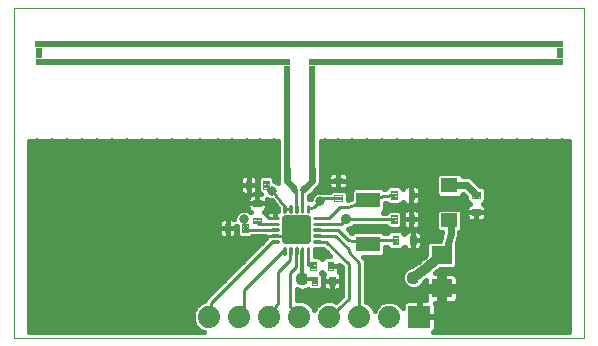
<source format=gtl>
G75*
G70*
%OFA0B0*%
%FSLAX24Y24*%
%IPPOS*%
%LPD*%
%AMOC8*
5,1,8,0,0,1.08239X$1,22.5*
%
%ADD10C,0.0000*%
%ADD11C,0.0047*%
%ADD12C,0.0088*%
%ADD13C,0.0189*%
%ADD14C,0.0340*%
%ADD15R,1.7598X0.0236*%
%ADD16R,0.0236X0.0354*%
%ADD17R,0.8504X0.0240*%
%ADD18R,0.0236X0.3579*%
%ADD19C,0.0236*%
%ADD20C,0.0110*%
%ADD21C,0.0118*%
%ADD22C,0.0197*%
%ADD23R,0.0110X0.0110*%
%ADD24R,0.0787X0.0512*%
%ADD25R,0.0709X0.0630*%
%ADD26R,0.0740X0.0740*%
%ADD27C,0.0740*%
%ADD28R,0.0551X0.0472*%
%ADD29C,0.0160*%
%ADD30C,0.0320*%
%ADD31C,0.0100*%
%ADD32C,0.0300*%
%ADD33C,0.0360*%
%ADD34C,0.0436*%
%ADD35C,0.0120*%
%ADD36C,0.0320*%
%ADD37C,0.0240*%
D10*
X000150Y000787D02*
X000150Y011787D01*
X019150Y011787D01*
X019150Y000787D01*
X000150Y000787D01*
D11*
X007164Y004303D02*
X007354Y004303D01*
X007164Y004303D02*
X007164Y004571D01*
X007354Y004571D01*
X007354Y004303D01*
X007354Y004349D02*
X007164Y004349D01*
X007164Y004395D02*
X007354Y004395D01*
X007354Y004441D02*
X007164Y004441D01*
X007164Y004487D02*
X007354Y004487D01*
X007354Y004533D02*
X007164Y004533D01*
X007746Y004303D02*
X007936Y004303D01*
X007746Y004303D02*
X007746Y004571D01*
X007936Y004571D01*
X007936Y004303D01*
X007936Y004349D02*
X007746Y004349D01*
X007746Y004395D02*
X007936Y004395D01*
X007936Y004441D02*
X007746Y004441D01*
X007746Y004487D02*
X007936Y004487D01*
X007936Y004533D02*
X007746Y004533D01*
X008384Y004600D02*
X008384Y004790D01*
X008384Y004600D02*
X008116Y004600D01*
X008116Y004790D01*
X008384Y004790D01*
X008384Y004646D02*
X008116Y004646D01*
X008116Y004692D02*
X008384Y004692D01*
X008384Y004738D02*
X008116Y004738D01*
X008116Y004784D02*
X008384Y004784D01*
X008384Y005183D02*
X008384Y005373D01*
X008384Y005183D02*
X008116Y005183D01*
X008116Y005373D01*
X008384Y005373D01*
X008384Y005229D02*
X008116Y005229D01*
X008116Y005275D02*
X008384Y005275D01*
X008384Y005321D02*
X008116Y005321D01*
X008116Y005367D02*
X008384Y005367D01*
X008446Y005753D02*
X008636Y005753D01*
X008446Y005753D02*
X008446Y006021D01*
X008636Y006021D01*
X008636Y005753D01*
X008636Y005799D02*
X008446Y005799D01*
X008446Y005845D02*
X008636Y005845D01*
X008636Y005891D02*
X008446Y005891D01*
X008446Y005937D02*
X008636Y005937D01*
X008636Y005983D02*
X008446Y005983D01*
X008054Y005753D02*
X007864Y005753D01*
X007864Y006021D01*
X008054Y006021D01*
X008054Y005753D01*
X008054Y005799D02*
X007864Y005799D01*
X007864Y005845D02*
X008054Y005845D01*
X008054Y005891D02*
X007864Y005891D01*
X007864Y005937D02*
X008054Y005937D01*
X008054Y005983D02*
X007864Y005983D01*
X010816Y005933D02*
X010816Y006123D01*
X011084Y006123D01*
X011084Y005933D01*
X010816Y005933D01*
X010816Y005979D02*
X011084Y005979D01*
X011084Y006025D02*
X010816Y006025D01*
X010816Y006071D02*
X011084Y006071D01*
X011084Y006117D02*
X010816Y006117D01*
X010816Y005540D02*
X010816Y005350D01*
X010816Y005540D02*
X011084Y005540D01*
X011084Y005350D01*
X010816Y005350D01*
X010816Y005396D02*
X011084Y005396D01*
X011084Y005442D02*
X010816Y005442D01*
X010816Y005488D02*
X011084Y005488D01*
X011084Y005534D02*
X010816Y005534D01*
X012714Y005671D02*
X012904Y005671D01*
X012904Y005403D01*
X012714Y005403D01*
X012714Y005671D01*
X012714Y005449D02*
X012904Y005449D01*
X012904Y005495D02*
X012714Y005495D01*
X012714Y005541D02*
X012904Y005541D01*
X012904Y005587D02*
X012714Y005587D01*
X012714Y005633D02*
X012904Y005633D01*
X013296Y005671D02*
X013486Y005671D01*
X013486Y005403D01*
X013296Y005403D01*
X013296Y005671D01*
X013296Y005449D02*
X013486Y005449D01*
X013486Y005495D02*
X013296Y005495D01*
X013296Y005541D02*
X013486Y005541D01*
X013486Y005587D02*
X013296Y005587D01*
X013296Y005633D02*
X013486Y005633D01*
X013486Y004871D02*
X013296Y004871D01*
X013486Y004871D02*
X013486Y004603D01*
X013296Y004603D01*
X013296Y004871D01*
X013296Y004649D02*
X013486Y004649D01*
X013486Y004695D02*
X013296Y004695D01*
X013296Y004741D02*
X013486Y004741D01*
X013486Y004787D02*
X013296Y004787D01*
X013296Y004833D02*
X013486Y004833D01*
X012904Y004871D02*
X012714Y004871D01*
X012904Y004871D02*
X012904Y004603D01*
X012714Y004603D01*
X012714Y004871D01*
X012714Y004649D02*
X012904Y004649D01*
X012904Y004695D02*
X012714Y004695D01*
X012714Y004741D02*
X012904Y004741D01*
X012904Y004787D02*
X012714Y004787D01*
X012714Y004833D02*
X012904Y004833D01*
X012954Y004171D02*
X012764Y004171D01*
X012954Y004171D02*
X012954Y003903D01*
X012764Y003903D01*
X012764Y004171D01*
X012764Y003949D02*
X012954Y003949D01*
X012954Y003995D02*
X012764Y003995D01*
X012764Y004041D02*
X012954Y004041D01*
X012954Y004087D02*
X012764Y004087D01*
X012764Y004133D02*
X012954Y004133D01*
X013346Y004171D02*
X013536Y004171D01*
X013536Y003903D01*
X013346Y003903D01*
X013346Y004171D01*
X013346Y003949D02*
X013536Y003949D01*
X013536Y003995D02*
X013346Y003995D01*
X013346Y004041D02*
X013536Y004041D01*
X013536Y004087D02*
X013346Y004087D01*
X013346Y004133D02*
X013536Y004133D01*
X015416Y004875D02*
X015416Y005065D01*
X015684Y005065D01*
X015684Y004875D01*
X015416Y004875D01*
X015416Y004921D02*
X015684Y004921D01*
X015684Y004967D02*
X015416Y004967D01*
X015416Y005013D02*
X015684Y005013D01*
X015684Y005059D02*
X015416Y005059D01*
X015416Y005458D02*
X015416Y005648D01*
X015684Y005648D01*
X015684Y005458D01*
X015416Y005458D01*
X015416Y005504D02*
X015684Y005504D01*
X015684Y005550D02*
X015416Y005550D01*
X015416Y005596D02*
X015684Y005596D01*
X015684Y005642D02*
X015416Y005642D01*
X010786Y003321D02*
X010596Y003321D01*
X010786Y003321D02*
X010786Y003053D01*
X010596Y003053D01*
X010596Y003321D01*
X010596Y003099D02*
X010786Y003099D01*
X010786Y003145D02*
X010596Y003145D01*
X010596Y003191D02*
X010786Y003191D01*
X010786Y003237D02*
X010596Y003237D01*
X010596Y003283D02*
X010786Y003283D01*
X010204Y003321D02*
X010014Y003321D01*
X010204Y003321D02*
X010204Y003053D01*
X010014Y003053D01*
X010014Y003321D01*
X010014Y003099D02*
X010204Y003099D01*
X010204Y003145D02*
X010014Y003145D01*
X010014Y003191D02*
X010204Y003191D01*
X010204Y003237D02*
X010014Y003237D01*
X010014Y003283D02*
X010204Y003283D01*
X010254Y002821D02*
X010064Y002821D01*
X010254Y002821D02*
X010254Y002553D01*
X010064Y002553D01*
X010064Y002821D01*
X010064Y002599D02*
X010254Y002599D01*
X010254Y002645D02*
X010064Y002645D01*
X010064Y002691D02*
X010254Y002691D01*
X010254Y002737D02*
X010064Y002737D01*
X010064Y002783D02*
X010254Y002783D01*
X010646Y002821D02*
X010836Y002821D01*
X010836Y002553D01*
X010646Y002553D01*
X010646Y002821D01*
X010646Y002599D02*
X010836Y002599D01*
X010836Y002645D02*
X010646Y002645D01*
X010646Y002691D02*
X010836Y002691D01*
X010836Y002737D02*
X010646Y002737D01*
X010646Y002783D02*
X010836Y002783D01*
D12*
X009955Y003581D02*
X009955Y003791D01*
X009955Y003581D02*
X009933Y003581D01*
X009933Y003791D01*
X009955Y003791D01*
X009955Y003668D02*
X009933Y003668D01*
X009933Y003755D02*
X009955Y003755D01*
X009758Y003791D02*
X009758Y003581D01*
X009736Y003581D01*
X009736Y003791D01*
X009758Y003791D01*
X009758Y003668D02*
X009736Y003668D01*
X009736Y003755D02*
X009758Y003755D01*
X009561Y003791D02*
X009561Y003581D01*
X009539Y003581D01*
X009539Y003791D01*
X009561Y003791D01*
X009561Y003668D02*
X009539Y003668D01*
X009539Y003755D02*
X009561Y003755D01*
X009364Y003791D02*
X009364Y003581D01*
X009342Y003581D01*
X009342Y003791D01*
X009364Y003791D01*
X009364Y003668D02*
X009342Y003668D01*
X009342Y003755D02*
X009364Y003755D01*
X009167Y003791D02*
X009167Y003581D01*
X009145Y003581D01*
X009145Y003791D01*
X009167Y003791D01*
X009167Y003668D02*
X009145Y003668D01*
X009145Y003755D02*
X009167Y003755D01*
X008954Y004004D02*
X008744Y004004D01*
X008954Y004004D02*
X008954Y003982D01*
X008744Y003982D01*
X008744Y004004D01*
X008744Y004201D02*
X008954Y004201D01*
X008954Y004179D01*
X008744Y004179D01*
X008744Y004201D01*
X008744Y004398D02*
X008954Y004398D01*
X008954Y004376D01*
X008744Y004376D01*
X008744Y004398D01*
X008744Y004595D02*
X008954Y004595D01*
X008954Y004573D01*
X008744Y004573D01*
X008744Y004595D01*
X008744Y004791D02*
X008954Y004791D01*
X008954Y004769D01*
X008744Y004769D01*
X008744Y004791D01*
X009167Y004982D02*
X009167Y005192D01*
X009167Y004982D02*
X009145Y004982D01*
X009145Y005192D01*
X009167Y005192D01*
X009167Y005069D02*
X009145Y005069D01*
X009145Y005156D02*
X009167Y005156D01*
X009364Y005192D02*
X009364Y004982D01*
X009342Y004982D01*
X009342Y005192D01*
X009364Y005192D01*
X009364Y005069D02*
X009342Y005069D01*
X009342Y005156D02*
X009364Y005156D01*
X009561Y005192D02*
X009561Y004982D01*
X009539Y004982D01*
X009539Y005192D01*
X009561Y005192D01*
X009561Y005069D02*
X009539Y005069D01*
X009539Y005156D02*
X009561Y005156D01*
X009758Y005192D02*
X009758Y004982D01*
X009736Y004982D01*
X009736Y005192D01*
X009758Y005192D01*
X009758Y005069D02*
X009736Y005069D01*
X009736Y005156D02*
X009758Y005156D01*
X009955Y005192D02*
X009955Y004982D01*
X009933Y004982D01*
X009933Y005192D01*
X009955Y005192D01*
X009955Y005069D02*
X009933Y005069D01*
X009933Y005156D02*
X009955Y005156D01*
X010146Y004791D02*
X010356Y004791D01*
X010356Y004769D01*
X010146Y004769D01*
X010146Y004791D01*
X010146Y004595D02*
X010356Y004595D01*
X010356Y004573D01*
X010146Y004573D01*
X010146Y004595D01*
X010146Y004398D02*
X010356Y004398D01*
X010356Y004376D01*
X010146Y004376D01*
X010146Y004398D01*
X010146Y004201D02*
X010356Y004201D01*
X010356Y004179D01*
X010146Y004179D01*
X010146Y004201D01*
X010146Y004004D02*
X010356Y004004D01*
X010356Y003982D01*
X010146Y003982D01*
X010146Y004004D01*
D13*
X009928Y004009D02*
X009928Y004765D01*
X009928Y004009D02*
X009172Y004009D01*
X009172Y004765D01*
X009928Y004765D01*
X009928Y004197D02*
X009172Y004197D01*
X009172Y004385D02*
X009928Y004385D01*
X009928Y004573D02*
X009172Y004573D01*
X009172Y004761D02*
X009928Y004761D01*
D14*
X009800Y004637D03*
X009550Y004387D03*
X009300Y004637D03*
X009300Y004137D03*
X009800Y004137D03*
D15*
X009650Y010566D03*
D16*
X018331Y010271D03*
X000969Y010271D03*
D17*
X005103Y009974D03*
X014197Y009974D03*
D18*
X010063Y008064D03*
X009237Y008064D03*
D19*
X009237Y006413D02*
X009237Y005999D01*
X009433Y005802D01*
X009867Y005802D02*
X010063Y005999D01*
X010063Y006413D01*
D20*
X009748Y005743D02*
X009748Y005330D01*
X009552Y005330D02*
X009552Y005743D01*
D21*
X009512Y005645D02*
X009433Y005724D01*
X009433Y005783D01*
X009788Y005645D02*
X009867Y005724D01*
X009867Y005783D01*
D22*
X009867Y005802D02*
X009788Y005724D01*
X009512Y005724D02*
X009433Y005802D01*
D23*
X009552Y005330D03*
X009748Y005330D03*
D24*
X011950Y005365D03*
X011950Y003908D03*
D25*
X014400Y003538D03*
X014400Y002435D03*
D26*
X013650Y001487D03*
D27*
X012650Y001487D03*
X011650Y001487D03*
X010650Y001487D03*
X009650Y001487D03*
X008650Y001487D03*
X007650Y001487D03*
X006650Y001487D03*
D28*
X014650Y004696D03*
X014650Y005877D03*
D29*
X014194Y005859D02*
X013567Y005859D01*
X013564Y005860D02*
X013513Y005874D01*
X013391Y005874D01*
X013270Y005874D01*
X013218Y005860D01*
X013172Y005833D01*
X013134Y005796D01*
X013107Y005749D01*
X013107Y005748D01*
X013107Y005755D01*
X012987Y005874D01*
X012630Y005874D01*
X012515Y005759D01*
X012509Y005762D01*
X012468Y005751D01*
X012418Y005801D01*
X011482Y005801D01*
X011376Y005695D01*
X011376Y005415D01*
X011267Y005378D01*
X011267Y005616D01*
X011160Y005723D01*
X010740Y005723D01*
X010672Y005655D01*
X010417Y005655D01*
X010414Y005657D01*
X010286Y005657D01*
X010169Y005608D01*
X010079Y005518D01*
X010030Y005400D01*
X010030Y005397D01*
X009984Y005397D01*
X009984Y005503D01*
X010027Y005546D01*
X010035Y005550D01*
X010316Y005830D01*
X010361Y005940D01*
X010361Y007357D01*
X018650Y007357D01*
X018650Y000967D01*
X014120Y000967D01*
X014131Y000973D01*
X014164Y001006D01*
X014188Y001047D01*
X014200Y001093D01*
X014200Y001467D01*
X013670Y001467D01*
X013670Y001507D01*
X013630Y001507D01*
X013630Y002037D01*
X013256Y002037D01*
X013211Y002024D01*
X013169Y002001D01*
X013136Y001967D01*
X013112Y001926D01*
X013100Y001880D01*
X013100Y001785D01*
X013099Y001787D01*
X012950Y001936D01*
X012755Y002017D01*
X012545Y002017D01*
X012350Y001936D01*
X012201Y001787D01*
X012161Y001691D01*
X012116Y001798D01*
X011962Y001953D01*
X011880Y001987D01*
X011880Y003382D01*
X011790Y003472D01*
X012418Y003472D01*
X012524Y003578D01*
X012524Y003807D01*
X012572Y003807D01*
X012680Y003699D01*
X013037Y003699D01*
X013157Y003818D01*
X013157Y003825D01*
X013157Y003824D01*
X013184Y003778D01*
X013222Y003740D01*
X013268Y003713D01*
X013320Y003699D01*
X013441Y003699D01*
X013441Y004037D01*
X013441Y004374D01*
X013320Y004374D01*
X013268Y004360D01*
X013222Y004333D01*
X013184Y004296D01*
X013157Y004249D01*
X013157Y004248D01*
X013157Y004255D01*
X013037Y004374D01*
X012680Y004374D01*
X012572Y004267D01*
X012496Y004267D01*
X012418Y004344D01*
X011482Y004344D01*
X011404Y004266D01*
X011394Y004268D01*
X011265Y004397D01*
X011268Y004397D01*
X011393Y004448D01*
X011471Y004527D01*
X012531Y004527D01*
X012638Y004419D01*
X012979Y004419D01*
X013087Y004527D01*
X013087Y004947D01*
X012979Y005054D01*
X012638Y005054D01*
X012531Y004947D01*
X012436Y004947D01*
X012524Y005035D01*
X012524Y005287D01*
X012541Y005288D01*
X012630Y005199D01*
X012987Y005199D01*
X013107Y005318D01*
X013107Y005325D01*
X013107Y005324D01*
X013134Y005278D01*
X013172Y005240D01*
X013218Y005213D01*
X013270Y005199D01*
X013391Y005199D01*
X013391Y005537D01*
X013391Y005874D01*
X013391Y005537D01*
X013391Y005537D01*
X013391Y005537D01*
X013689Y005537D01*
X013689Y005697D01*
X013676Y005749D01*
X013649Y005796D01*
X013611Y005833D01*
X013564Y005860D01*
X013391Y005859D02*
X013391Y005859D01*
X013391Y005700D02*
X013391Y005700D01*
X013391Y005542D02*
X013391Y005542D01*
X013391Y005537D02*
X013391Y005537D01*
X013391Y005199D01*
X013513Y005199D01*
X013564Y005213D01*
X013611Y005240D01*
X013649Y005278D01*
X013676Y005324D01*
X013689Y005376D01*
X013689Y005537D01*
X013391Y005537D01*
X013689Y005542D02*
X014219Y005542D01*
X014194Y005566D02*
X014300Y005461D01*
X015000Y005461D01*
X015106Y005566D01*
X015106Y005573D01*
X015213Y005466D01*
X015213Y005374D01*
X015332Y005255D01*
X015339Y005255D01*
X015338Y005255D01*
X015291Y005228D01*
X015253Y005190D01*
X015226Y005143D01*
X015213Y005092D01*
X015213Y004970D01*
X015213Y004849D01*
X015226Y004797D01*
X015253Y004751D01*
X015291Y004713D01*
X015338Y004686D01*
X015389Y004672D01*
X015550Y004672D01*
X015550Y004970D01*
X015550Y004672D01*
X015711Y004672D01*
X015762Y004686D01*
X015809Y004713D01*
X015847Y004751D01*
X015874Y004797D01*
X015887Y004849D01*
X015887Y004970D01*
X015550Y004970D01*
X015550Y004970D01*
X015550Y004970D01*
X015213Y004970D01*
X015550Y004970D01*
X015550Y004970D01*
X015887Y004970D01*
X015887Y005092D01*
X015874Y005143D01*
X015847Y005190D01*
X015809Y005228D01*
X015762Y005255D01*
X015761Y005255D01*
X015768Y005255D01*
X015887Y005374D01*
X015887Y005732D01*
X015768Y005851D01*
X015676Y005851D01*
X015480Y006047D01*
X015396Y006132D01*
X015285Y006177D01*
X015106Y006177D01*
X015106Y006188D01*
X015000Y006293D01*
X014300Y006293D01*
X014194Y006188D01*
X014194Y005566D01*
X014194Y005700D02*
X013689Y005700D01*
X013215Y005859D02*
X013003Y005859D01*
X012614Y005859D02*
X011275Y005859D01*
X011274Y005855D02*
X011287Y005907D01*
X011287Y006028D01*
X011287Y006149D01*
X011274Y006201D01*
X011247Y006248D01*
X011209Y006285D01*
X011162Y006312D01*
X011111Y006326D01*
X010950Y006326D01*
X010789Y006326D01*
X010738Y006312D01*
X010691Y006285D01*
X010653Y006248D01*
X010626Y006201D01*
X010613Y006149D01*
X010613Y006028D01*
X010613Y005907D01*
X010626Y005855D01*
X010653Y005808D01*
X010691Y005771D01*
X010738Y005744D01*
X010789Y005730D01*
X010950Y005730D01*
X011111Y005730D01*
X011162Y005744D01*
X011209Y005771D01*
X011247Y005808D01*
X011274Y005855D01*
X011287Y006017D02*
X014194Y006017D01*
X014194Y006176D02*
X011280Y006176D01*
X011287Y006028D02*
X010950Y006028D01*
X010950Y005730D01*
X010950Y006028D01*
X010950Y006028D01*
X010950Y006028D01*
X011287Y006028D01*
X010950Y006028D02*
X010950Y006326D01*
X010950Y006028D01*
X010613Y006028D01*
X010950Y006028D01*
X010950Y006028D01*
X010950Y006028D01*
X010950Y006017D02*
X010950Y006017D01*
X010950Y005859D02*
X010950Y005859D01*
X011183Y005700D02*
X011381Y005700D01*
X011376Y005542D02*
X011267Y005542D01*
X011267Y005383D02*
X011283Y005383D01*
X010717Y005700D02*
X010186Y005700D01*
X010102Y005542D02*
X010023Y005542D01*
X010328Y005859D02*
X010625Y005859D01*
X010613Y006017D02*
X010361Y006017D01*
X010361Y006176D02*
X010620Y006176D01*
X010950Y006176D02*
X010950Y006176D01*
X010361Y006334D02*
X018650Y006334D01*
X018650Y006176D02*
X015289Y006176D01*
X015510Y006017D02*
X018650Y006017D01*
X018650Y005859D02*
X015669Y005859D01*
X015887Y005700D02*
X018650Y005700D01*
X018650Y005542D02*
X015887Y005542D01*
X015887Y005383D02*
X018650Y005383D01*
X018650Y005225D02*
X015812Y005225D01*
X015887Y005066D02*
X018650Y005066D01*
X018650Y004908D02*
X015887Y004908D01*
X015845Y004749D02*
X018650Y004749D01*
X018650Y004591D02*
X015086Y004591D01*
X015086Y004749D02*
X015255Y004749D01*
X015213Y004908D02*
X015086Y004908D01*
X015086Y004999D02*
X014992Y005092D01*
X014308Y005092D01*
X014214Y004999D01*
X014214Y004394D01*
X014308Y004300D01*
X014414Y004300D01*
X014338Y004013D01*
X013979Y004013D01*
X013886Y003919D01*
X013886Y003530D01*
X013654Y003340D01*
X013421Y003165D01*
X013375Y003165D01*
X013236Y003107D01*
X013129Y003001D01*
X013072Y002862D01*
X013072Y002711D01*
X013129Y002572D01*
X013236Y002466D01*
X013375Y002409D01*
X013525Y002409D01*
X013664Y002466D01*
X013771Y002572D01*
X013803Y002652D01*
X013866Y002699D01*
X013866Y002513D01*
X014323Y002513D01*
X014323Y002930D01*
X014164Y002930D01*
X014325Y003063D01*
X014821Y003063D01*
X014914Y003157D01*
X014914Y003919D01*
X014897Y003937D01*
X014966Y004197D01*
X014980Y004231D01*
X014980Y004250D01*
X014985Y004269D01*
X014981Y004300D01*
X014992Y004300D01*
X015086Y004394D01*
X015086Y004999D01*
X015018Y005066D02*
X015213Y005066D01*
X015288Y005225D02*
X013585Y005225D01*
X013542Y005066D02*
X014282Y005066D01*
X014214Y004908D02*
X013687Y004908D01*
X013689Y004897D02*
X013676Y004949D01*
X013649Y004996D01*
X013611Y005033D01*
X013564Y005060D01*
X013513Y005074D01*
X013391Y005074D01*
X013270Y005074D01*
X013218Y005060D01*
X013172Y005033D01*
X013134Y004996D01*
X013107Y004949D01*
X013093Y004897D01*
X013093Y004737D01*
X013391Y004737D01*
X013391Y005074D01*
X013391Y004737D01*
X013391Y004737D01*
X013391Y004737D01*
X013093Y004737D01*
X013093Y004576D01*
X013107Y004524D01*
X013134Y004478D01*
X013172Y004440D01*
X013218Y004413D01*
X013270Y004399D01*
X013391Y004399D01*
X013391Y004737D01*
X013391Y004737D01*
X013689Y004737D01*
X013689Y004897D01*
X013689Y004749D02*
X014214Y004749D01*
X014214Y004591D02*
X013689Y004591D01*
X013689Y004576D02*
X013689Y004737D01*
X013391Y004737D01*
X013391Y004737D01*
X013391Y004399D01*
X013513Y004399D01*
X013564Y004413D01*
X013611Y004440D01*
X013649Y004478D01*
X013676Y004524D01*
X013689Y004576D01*
X013598Y004432D02*
X014214Y004432D01*
X014407Y004274D02*
X013711Y004274D01*
X013699Y004296D02*
X013726Y004249D01*
X013739Y004197D01*
X013739Y004037D01*
X013441Y004037D01*
X013441Y004037D01*
X013441Y004374D01*
X013563Y004374D01*
X013614Y004360D01*
X013661Y004333D01*
X013699Y004296D01*
X013739Y004115D02*
X014365Y004115D01*
X013923Y003957D02*
X013739Y003957D01*
X013739Y004037D02*
X013441Y004037D01*
X013441Y004037D01*
X013441Y004037D01*
X013441Y003699D01*
X013563Y003699D01*
X013614Y003713D01*
X013661Y003740D01*
X013699Y003778D01*
X013726Y003824D01*
X013739Y003876D01*
X013739Y004037D01*
X013711Y003798D02*
X013886Y003798D01*
X013886Y003640D02*
X012524Y003640D01*
X012524Y003798D02*
X012581Y003798D01*
X012427Y003481D02*
X013826Y003481D01*
X013631Y003323D02*
X011880Y003323D01*
X011880Y003164D02*
X013373Y003164D01*
X013134Y003006D02*
X011880Y003006D01*
X011880Y002847D02*
X013072Y002847D01*
X013081Y002689D02*
X011880Y002689D01*
X011880Y002530D02*
X013172Y002530D01*
X013728Y002530D02*
X013866Y002530D01*
X013852Y002689D02*
X013866Y002689D01*
X013866Y002358D02*
X013866Y002097D01*
X013878Y002051D01*
X013886Y002037D01*
X013670Y002037D01*
X013670Y001507D01*
X014200Y001507D01*
X014200Y001880D01*
X014188Y001926D01*
X014179Y001941D01*
X014323Y001941D01*
X014323Y002358D01*
X014477Y002358D01*
X014477Y001941D01*
X014778Y001941D01*
X014824Y001953D01*
X014865Y001976D01*
X014898Y002010D01*
X014922Y002051D01*
X014934Y002097D01*
X014934Y002358D01*
X014477Y002358D01*
X014477Y002513D01*
X014323Y002513D01*
X014323Y002358D01*
X013866Y002358D01*
X013866Y002213D02*
X011880Y002213D01*
X011880Y002372D02*
X014323Y002372D01*
X014477Y002372D02*
X018650Y002372D01*
X018650Y002530D02*
X014934Y002530D01*
X014934Y002513D02*
X014934Y002774D01*
X014922Y002820D01*
X014898Y002861D01*
X014865Y002894D01*
X014824Y002918D01*
X014778Y002930D01*
X014477Y002930D01*
X014477Y002513D01*
X014934Y002513D01*
X014934Y002689D02*
X018650Y002689D01*
X018650Y002847D02*
X014906Y002847D01*
X014914Y003164D02*
X018650Y003164D01*
X018650Y003006D02*
X014256Y003006D01*
X014323Y002847D02*
X014477Y002847D01*
X014477Y002689D02*
X014323Y002689D01*
X014323Y002530D02*
X014477Y002530D01*
X014477Y002213D02*
X014323Y002213D01*
X014323Y002055D02*
X014477Y002055D01*
X014196Y001896D02*
X018650Y001896D01*
X018650Y001738D02*
X014200Y001738D01*
X014200Y001579D02*
X018650Y001579D01*
X018650Y001421D02*
X014200Y001421D01*
X014200Y001262D02*
X018650Y001262D01*
X018650Y001104D02*
X014200Y001104D01*
X013670Y001579D02*
X013630Y001579D01*
X013630Y001738D02*
X013670Y001738D01*
X013670Y001896D02*
X013630Y001896D01*
X013877Y002055D02*
X011880Y002055D01*
X012018Y001896D02*
X012310Y001896D01*
X012180Y001738D02*
X012141Y001738D01*
X012990Y001896D02*
X013104Y001896D01*
X014923Y002055D02*
X018650Y002055D01*
X018650Y002213D02*
X014934Y002213D01*
X014914Y003323D02*
X018650Y003323D01*
X018650Y003481D02*
X014914Y003481D01*
X014914Y003640D02*
X018650Y003640D01*
X018650Y003798D02*
X014914Y003798D01*
X014902Y003957D02*
X018650Y003957D01*
X018650Y004115D02*
X014944Y004115D01*
X014984Y004274D02*
X018650Y004274D01*
X018650Y004432D02*
X015086Y004432D01*
X015550Y004749D02*
X015550Y004749D01*
X015550Y004908D02*
X015550Y004908D01*
X015213Y005383D02*
X013689Y005383D01*
X013391Y005383D02*
X013391Y005383D01*
X013391Y005225D02*
X013391Y005225D01*
X013391Y005066D02*
X013391Y005066D01*
X013240Y005066D02*
X012524Y005066D01*
X012524Y005225D02*
X012604Y005225D01*
X013013Y005225D02*
X013198Y005225D01*
X013096Y004908D02*
X013087Y004908D01*
X013087Y004749D02*
X013093Y004749D01*
X013087Y004591D02*
X013093Y004591D01*
X013185Y004432D02*
X012992Y004432D01*
X013138Y004274D02*
X013171Y004274D01*
X013441Y004274D02*
X013441Y004274D01*
X013441Y004115D02*
X013441Y004115D01*
X013441Y003957D02*
X013441Y003957D01*
X013441Y003798D02*
X013441Y003798D01*
X013172Y003798D02*
X013136Y003798D01*
X012579Y004274D02*
X012489Y004274D01*
X012625Y004432D02*
X011353Y004432D01*
X011388Y004274D02*
X011411Y004274D01*
X010687Y003524D02*
X010451Y003760D01*
X010449Y003758D01*
X010179Y003758D01*
X010179Y003524D01*
X010287Y003524D01*
X010407Y003405D01*
X010407Y003398D01*
X010407Y003399D01*
X010434Y003446D01*
X010472Y003483D01*
X010518Y003510D01*
X010570Y003524D01*
X010687Y003524D01*
X010572Y003640D02*
X010179Y003640D01*
X010330Y003481D02*
X010470Y003481D01*
X010989Y003222D02*
X011070Y003141D01*
X011070Y002187D01*
X010861Y001995D01*
X010759Y002037D01*
X010541Y002037D01*
X010338Y001953D01*
X010184Y001798D01*
X010150Y001717D01*
X010116Y001798D01*
X009962Y001953D01*
X009759Y002037D01*
X009580Y002037D01*
X009580Y002398D01*
X009675Y002359D01*
X009825Y002359D01*
X009948Y002409D01*
X009988Y002369D01*
X010329Y002369D01*
X010437Y002477D01*
X010437Y002897D01*
X010386Y002948D01*
X010407Y002968D01*
X010407Y002975D01*
X010407Y002974D01*
X010434Y002928D01*
X010459Y002903D01*
X010457Y002899D01*
X010443Y002847D01*
X010437Y002847D01*
X010443Y002847D02*
X010443Y002687D01*
X010741Y002687D01*
X010741Y002687D01*
X010443Y002687D01*
X010443Y002526D01*
X010457Y002474D01*
X010484Y002428D01*
X010522Y002390D01*
X010568Y002363D01*
X010620Y002349D01*
X010741Y002349D01*
X010741Y002687D01*
X010741Y002687D01*
X011039Y002687D01*
X011039Y002847D01*
X011070Y002847D01*
X011039Y002847D02*
X011026Y002899D01*
X010999Y002946D01*
X010974Y002971D01*
X010976Y002974D01*
X010989Y003026D01*
X010989Y003187D01*
X010989Y003222D01*
X010989Y003187D02*
X010691Y003187D01*
X010691Y003187D01*
X010989Y003187D01*
X010989Y003164D02*
X011047Y003164D01*
X011070Y003006D02*
X010984Y003006D01*
X011039Y002689D02*
X011070Y002689D01*
X011039Y002687D02*
X010741Y002687D01*
X010741Y002687D01*
X010741Y002349D01*
X010863Y002349D01*
X010914Y002363D01*
X010961Y002390D01*
X010999Y002428D01*
X011026Y002474D01*
X011039Y002526D01*
X011039Y002687D01*
X011039Y002530D02*
X011070Y002530D01*
X011070Y002372D02*
X010929Y002372D01*
X010741Y002372D02*
X010741Y002372D01*
X010741Y002530D02*
X010741Y002530D01*
X010553Y002372D02*
X010332Y002372D01*
X010437Y002530D02*
X010443Y002530D01*
X010437Y002689D02*
X010443Y002689D01*
X009986Y002372D02*
X009857Y002372D01*
X009643Y002372D02*
X009580Y002372D01*
X009580Y002213D02*
X011070Y002213D01*
X010926Y002055D02*
X009580Y002055D01*
X010018Y001896D02*
X010282Y001896D01*
X010159Y001738D02*
X010141Y001738D01*
X007761Y003323D02*
X000650Y003323D01*
X000650Y003481D02*
X007919Y003481D01*
X008078Y003640D02*
X000650Y003640D01*
X000650Y003798D02*
X008236Y003798D01*
X008395Y003957D02*
X000650Y003957D01*
X000650Y004115D02*
X007082Y004115D01*
X007086Y004113D02*
X007137Y004099D01*
X007259Y004099D01*
X007380Y004099D01*
X007432Y004113D01*
X007478Y004140D01*
X007516Y004178D01*
X007543Y004224D01*
X007557Y004276D01*
X007557Y004437D01*
X007557Y004527D01*
X007563Y004521D01*
X007563Y004227D01*
X007671Y004119D01*
X008012Y004119D01*
X008069Y004177D01*
X008520Y004177D01*
X008520Y004149D01*
X008531Y004108D01*
X008520Y004097D01*
X008520Y004082D01*
X006470Y002032D01*
X006470Y002007D01*
X006338Y001953D01*
X006184Y001798D01*
X006100Y001596D01*
X006100Y001377D01*
X006184Y001175D01*
X006338Y001020D01*
X006468Y000967D01*
X000650Y000967D01*
X000650Y007357D01*
X008939Y007357D01*
X008939Y005951D01*
X008931Y005958D01*
X008819Y006004D01*
X008819Y006097D01*
X008712Y006204D01*
X008371Y006204D01*
X008263Y006097D01*
X008263Y005677D01*
X008364Y005576D01*
X008250Y005576D01*
X008154Y005576D01*
X008178Y005590D01*
X008216Y005628D01*
X008243Y005674D01*
X008257Y005726D01*
X008257Y005887D01*
X008257Y006047D01*
X008243Y006099D01*
X008216Y006146D01*
X008178Y006183D01*
X008132Y006210D01*
X008080Y006224D01*
X007959Y006224D01*
X007959Y005887D01*
X007959Y005887D01*
X008257Y005887D01*
X007959Y005887D01*
X007959Y005887D01*
X007959Y006224D01*
X007837Y006224D01*
X007786Y006210D01*
X007739Y006183D01*
X007701Y006146D01*
X007674Y006099D01*
X007661Y006047D01*
X007661Y005887D01*
X007959Y005887D01*
X007959Y005549D01*
X008015Y005549D01*
X007991Y005535D01*
X007953Y005498D01*
X007926Y005451D01*
X007913Y005399D01*
X007913Y005278D01*
X007913Y005157D01*
X007926Y005105D01*
X007953Y005058D01*
X007991Y005021D01*
X008038Y004994D01*
X008039Y004993D01*
X008032Y004993D01*
X008014Y004975D01*
X007981Y005008D01*
X007864Y005057D01*
X007736Y005057D01*
X007619Y005008D01*
X007529Y004918D01*
X007480Y004800D01*
X007480Y004732D01*
X007478Y004733D01*
X007432Y004760D01*
X007380Y004774D01*
X007259Y004774D01*
X007259Y004437D01*
X007557Y004437D01*
X007259Y004437D01*
X007259Y004437D01*
X007259Y004437D01*
X007259Y004774D01*
X007137Y004774D01*
X007086Y004760D01*
X007039Y004733D01*
X007001Y004696D01*
X006974Y004649D01*
X006961Y004597D01*
X006961Y004437D01*
X007259Y004437D01*
X007259Y004099D01*
X007259Y004437D01*
X007259Y004437D01*
X007259Y004437D01*
X006961Y004437D01*
X006961Y004276D01*
X006974Y004224D01*
X007001Y004178D01*
X007039Y004140D01*
X007086Y004113D01*
X007259Y004115D02*
X007259Y004115D01*
X007259Y004274D02*
X007259Y004274D01*
X007435Y004115D02*
X008529Y004115D01*
X009159Y004307D02*
X009159Y004460D01*
X009166Y004467D01*
X009470Y004467D01*
X009470Y004758D01*
X009630Y004758D01*
X009630Y004467D01*
X009470Y004467D01*
X009470Y004307D01*
X009159Y004307D01*
X009159Y004432D02*
X009470Y004432D01*
X009470Y004307D02*
X009630Y004307D01*
X009630Y004467D01*
X009921Y004467D01*
X009921Y004307D01*
X009630Y004307D01*
X009630Y004015D01*
X009470Y004015D01*
X009470Y004307D01*
X009470Y004274D02*
X009630Y004274D01*
X009630Y004115D02*
X009470Y004115D01*
X009630Y004432D02*
X009921Y004432D01*
X009630Y004591D02*
X009470Y004591D01*
X009470Y004749D02*
X009630Y004749D01*
X008941Y005015D02*
X008941Y005113D01*
X008738Y005367D01*
X008686Y005367D01*
X008585Y005409D01*
X008587Y005399D01*
X008587Y005278D01*
X008250Y005278D01*
X008250Y005278D01*
X008587Y005278D01*
X008587Y005157D01*
X008574Y005105D01*
X008547Y005058D01*
X008509Y005021D01*
X008462Y004994D01*
X008461Y004993D01*
X008468Y004993D01*
X008553Y004909D01*
X008564Y004929D01*
X008606Y004971D01*
X008657Y005000D01*
X008714Y005015D01*
X008849Y005015D01*
X008849Y004819D01*
X008849Y004819D01*
X008849Y005015D01*
X008941Y005015D01*
X008941Y005066D02*
X008551Y005066D01*
X008587Y005225D02*
X008851Y005225D01*
X008646Y005383D02*
X008587Y005383D01*
X008250Y005383D02*
X008250Y005383D01*
X008250Y005278D02*
X008250Y005576D01*
X008250Y005278D01*
X007913Y005278D01*
X008250Y005278D01*
X008250Y005278D01*
X008250Y005278D01*
X007949Y005066D02*
X000650Y005066D01*
X000650Y005225D02*
X007913Y005225D01*
X007913Y005383D02*
X000650Y005383D01*
X000650Y005542D02*
X008002Y005542D01*
X007959Y005549D02*
X007959Y005887D01*
X007959Y005887D01*
X007959Y005887D01*
X007661Y005887D01*
X007661Y005726D01*
X007674Y005674D01*
X007701Y005628D01*
X007739Y005590D01*
X007786Y005563D01*
X007837Y005549D01*
X007959Y005549D01*
X007959Y005700D02*
X007959Y005700D01*
X007959Y005859D02*
X007959Y005859D01*
X007959Y006017D02*
X007959Y006017D01*
X008257Y006017D02*
X008263Y006017D01*
X008257Y005859D02*
X008263Y005859D01*
X008250Y005700D02*
X008263Y005700D01*
X008250Y005542D02*
X008250Y005542D01*
X007667Y005700D02*
X000650Y005700D01*
X000650Y005859D02*
X007661Y005859D01*
X007661Y006017D02*
X000650Y006017D01*
X000650Y006176D02*
X007731Y006176D01*
X007959Y006176D02*
X007959Y006176D01*
X008186Y006176D02*
X008342Y006176D01*
X008740Y006176D02*
X008939Y006176D01*
X008939Y006334D02*
X000650Y006334D01*
X000650Y006493D02*
X008939Y006493D01*
X008939Y006651D02*
X000650Y006651D01*
X000650Y006810D02*
X008939Y006810D01*
X008939Y006968D02*
X000650Y006968D01*
X000650Y007127D02*
X008939Y007127D01*
X008939Y007285D02*
X000650Y007285D01*
X000650Y004908D02*
X007524Y004908D01*
X007480Y004749D02*
X007451Y004749D01*
X007259Y004749D02*
X007259Y004749D01*
X007259Y004591D02*
X007259Y004591D01*
X007259Y004432D02*
X007259Y004432D01*
X006961Y004432D02*
X000650Y004432D01*
X000650Y004591D02*
X006961Y004591D01*
X007066Y004749D02*
X000650Y004749D01*
X000650Y004274D02*
X006961Y004274D01*
X007556Y004274D02*
X007563Y004274D01*
X007557Y004432D02*
X007563Y004432D01*
X008849Y004908D02*
X008849Y004908D01*
X008819Y006017D02*
X008939Y006017D01*
X010361Y006493D02*
X018650Y006493D01*
X018650Y006651D02*
X010361Y006651D01*
X010361Y006810D02*
X018650Y006810D01*
X018650Y006968D02*
X010361Y006968D01*
X010361Y007127D02*
X018650Y007127D01*
X018650Y007285D02*
X010361Y007285D01*
X013391Y004908D02*
X013391Y004908D01*
X013391Y004749D02*
X013391Y004749D01*
X013391Y004591D02*
X013391Y004591D01*
X013391Y004432D02*
X013391Y004432D01*
X015081Y005542D02*
X015137Y005542D01*
X007602Y003164D02*
X000650Y003164D01*
X000650Y003006D02*
X007444Y003006D01*
X007285Y002847D02*
X000650Y002847D01*
X000650Y002689D02*
X007127Y002689D01*
X006968Y002530D02*
X000650Y002530D01*
X000650Y002372D02*
X006810Y002372D01*
X006651Y002213D02*
X000650Y002213D01*
X000650Y002055D02*
X006493Y002055D01*
X006282Y001896D02*
X000650Y001896D01*
X000650Y001738D02*
X006159Y001738D01*
X006100Y001579D02*
X000650Y001579D01*
X000650Y001421D02*
X006100Y001421D01*
X006148Y001262D02*
X000650Y001262D01*
X000650Y001104D02*
X006255Y001104D01*
D30*
X009700Y002237D03*
X010500Y003537D03*
X012050Y002937D03*
X012250Y003387D03*
X013300Y003437D03*
X013900Y004437D03*
X013900Y005187D03*
X012750Y006087D03*
X011950Y006287D03*
X011450Y005937D03*
X010500Y005937D03*
X010500Y006387D03*
X010500Y006837D03*
X010500Y007287D03*
X010950Y007287D03*
X011400Y007287D03*
X011900Y007287D03*
X012400Y007287D03*
X012900Y007287D03*
X013400Y007287D03*
X013900Y007287D03*
X014400Y007287D03*
X014900Y007287D03*
X015400Y007287D03*
X015900Y007287D03*
X016400Y007287D03*
X016900Y007287D03*
X017400Y007287D03*
X017900Y007287D03*
X018400Y007287D03*
X010350Y005337D03*
X008750Y005687D03*
X008800Y006337D03*
X008800Y006837D03*
X008800Y007287D03*
X008350Y007287D03*
X007900Y007287D03*
X007400Y007287D03*
X006950Y007287D03*
X006350Y007287D03*
X005900Y007287D03*
X005400Y007287D03*
X004900Y007287D03*
X004400Y007287D03*
X003900Y007287D03*
X003400Y007287D03*
X002900Y007287D03*
X002400Y007287D03*
X001900Y007287D03*
X001400Y007287D03*
X000900Y007287D03*
X007200Y005337D03*
X007500Y005937D03*
X007800Y004737D03*
X007350Y003637D03*
D31*
X008000Y004037D02*
X008453Y004190D01*
X008849Y004190D01*
X009300Y004190D01*
X009300Y004137D01*
X008849Y003993D02*
X008756Y003993D01*
X006700Y001937D01*
X006700Y001637D01*
X006650Y001487D01*
X007650Y001487D02*
X007800Y001687D01*
X007800Y002387D01*
X009099Y003686D01*
X009156Y003686D01*
X009353Y003686D02*
X009353Y003390D01*
X008950Y002987D01*
X008950Y001937D01*
X008650Y001487D01*
X009350Y001837D02*
X009650Y001487D01*
X009350Y001837D02*
X009350Y002937D01*
X009550Y003137D01*
X009550Y003686D01*
X009944Y003686D02*
X009944Y003202D01*
X010109Y003187D01*
X010544Y003993D02*
X011300Y003237D01*
X011300Y002087D01*
X010650Y001487D01*
X011650Y001487D02*
X011650Y003287D01*
X011300Y003637D01*
X011300Y003737D01*
X010847Y004190D01*
X010251Y004190D01*
X010251Y004387D02*
X010950Y004387D01*
X011278Y004058D01*
X011950Y003908D01*
X011650Y004087D01*
X012150Y004037D02*
X012859Y004037D01*
X012809Y004737D02*
X011200Y004737D01*
X011047Y004584D01*
X010251Y004584D01*
X010251Y004780D02*
X010644Y004780D01*
X011000Y005137D01*
X011272Y005137D01*
X011950Y005365D01*
X012480Y005515D01*
X012809Y005537D01*
X010950Y005445D02*
X010459Y005445D01*
X010350Y005337D01*
X010148Y005135D01*
X009944Y005087D01*
X009747Y005087D02*
X009747Y005330D01*
X009748Y005330D01*
X009552Y005330D02*
X009550Y005330D01*
X009550Y005087D01*
X009353Y005087D02*
X009156Y005087D01*
X009156Y005180D01*
X008750Y005687D01*
X008750Y005678D01*
X008541Y005887D01*
X008550Y004987D02*
X008550Y004887D01*
X008650Y004787D01*
X008796Y004787D01*
X008849Y004780D01*
X008656Y004780D01*
X008650Y004787D01*
X008849Y004584D02*
X008262Y004584D01*
X008250Y004695D01*
X007800Y004737D02*
X007841Y004437D01*
X007891Y004387D01*
X008849Y004387D01*
X010251Y003993D02*
X010544Y003993D01*
X011650Y004086D02*
X011901Y004066D01*
X012150Y004036D01*
D32*
X008750Y005137D03*
X008000Y004037D03*
D33*
X011200Y004737D03*
D34*
X009750Y002737D03*
X013450Y002787D03*
D35*
X010159Y002687D02*
X010109Y002737D01*
X009750Y002737D01*
X009750Y003683D01*
X009747Y003686D01*
D36*
X013450Y002787D02*
X013851Y003088D01*
X014400Y003538D01*
D37*
X014501Y003538D01*
X014700Y004287D01*
X014700Y004696D01*
X014650Y004696D01*
X015550Y005553D02*
X015226Y005877D01*
X014650Y005877D01*
M02*

</source>
